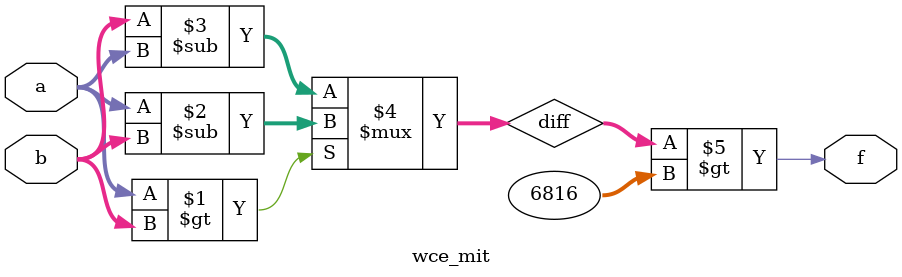
<source format=v>
module wce_mit(a, b, f);
parameter _bit = 16;
parameter wce = 6816;
input [_bit - 1: 0] a;
input [_bit - 1: 0] b;
output f;
wire [_bit - 1: 0] diff;
assign diff = (a > b)? (a - b): (b - a);
assign f = (diff > wce);
endmodule

</source>
